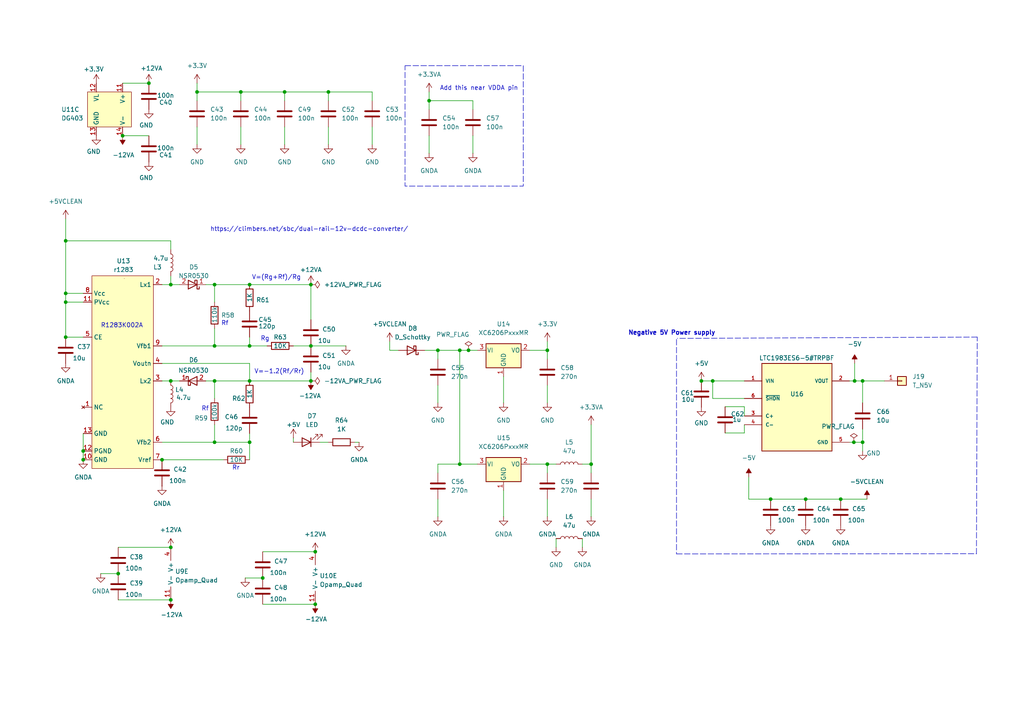
<source format=kicad_sch>
(kicad_sch (version 20231120) (generator "eeschema") (generator_version "8.0")
  (paper "A4")
  (lib_symbols
    (symbol "+12V_1" (power) (pin_names (offset 0))
      (property "Value" "+12V" (at 0 3.556 0))
      (symbol "+12V_1_1_1"
        (pin power_in line (at 0 0 90) (length 0) hide (name "+12V") (number "1"))
      )
    )
    (symbol "+12V_2" (power) (pin_names (offset 0))
      (property "Value" "+12V" (at 0 3.556 0))
      (symbol "+12V_2_1_1"
        (pin power_in line (at 0 0 90) (length 0) hide (name "+12V") (number "1"))
      )
    )
    (symbol "+12V_3" (power) (pin_names (offset 0))
      (property "Value" "+12V" (at 0 3.556 0))
      (symbol "+12V_3_1_1"
        (pin power_in line (at 0 0 90) (length 0) hide (name "+12V") (number "1"))
      )
    )
    (symbol "+3.3VA_1" (power) (pin_names (offset 0))
      (property "Value" "+3.3VA" (at 0 3.556 0))
      (symbol "+3.3VA_1_1_1"
        (pin power_in line (at 0 0 90) (length 0) hide (name "+3.3VA") (number "1"))
      )
    )
    (symbol "+3.3V_1" (power) (pin_names (offset 0))
      (property "Value" "+3.3V" (at 0 3.556 0))
      (symbol "+3.3V_1_1_1"
        (pin power_in line (at 0 0 90) (length 0) hide (name "+3.3V") (number "1"))
      )
    )
    (symbol "+3.3V_2" (power) (pin_names (offset 0))
      (property "Value" "+3.3V" (at 0 3.556 0))
      (symbol "+3.3V_2_1_1"
        (pin power_in line (at 0 0 90) (length 0) hide (name "+3.3V") (number "1"))
      )
    )
    (symbol "+5V_1" (power) (pin_numbers hide) (pin_names (offset 0) hide)
      (property "Value" "+5V" (at 0 3.556 0))
      (symbol "+5V_1_1_1"
        (pin power_in line (at 0 0 90) (length 0) (name "~") (number "1"))
      )
    )
    (symbol "+5V_2" (power) (pin_names (offset 0))
      (property "Value" "+5V" (at 0 3.556 0))
      (symbol "+5V_2_1_1"
        (pin power_in line (at 0 0 90) (length 0) hide (name "+5V") (number "1"))
      )
    )
    (symbol "+5V_3" (power) (pin_names (offset 0))
      (property "Value" "+5V" (at 0 3.556 0))
      (symbol "+5V_3_1_1"
        (pin power_in line (at 0 0 90) (length 0) hide (name "+5V") (number "1"))
      )
    )
    (symbol "-12V_1" (power) (pin_names (offset 0))
      (property "Value" "-12V" (at 0 3.81 0))
      (symbol "-12V_1_0_0"
        (pin power_in line (at 0 0 90) (length 0) hide (name "-12V") (number "1"))
      )
    )
    (symbol "-12V_2" (power) (pin_names (offset 0))
      (property "Value" "-12V" (at 0 3.81 0))
      (symbol "-12V_2_0_0"
        (pin power_in line (at 0 0 90) (length 0) hide (name "-12V") (number "1"))
      )
    )
    (symbol "-12V_3" (power) (pin_names (offset 0))
      (property "Value" "-12V" (at 0 3.81 0))
      (symbol "-12V_3_0_0"
        (pin power_in line (at 0 0 90) (length 0) hide (name "-12V") (number "1"))
      )
    )
    (symbol "-5V_1" (power) (pin_names (offset 0))
      (property "Value" "-5V" (at 0 3.81 0))
      (symbol "-5V_1_0_0"
        (pin power_in line (at 0 0 90) (length 0) hide (name "-5V") (number "1"))
      )
    )
    (symbol "-5V_2" (power) (pin_names (offset 0))
      (property "Value" "-5V" (at 0 3.81 0))
      (symbol "-5V_2_0_0"
        (pin power_in line (at 0 0 90) (length 0) hide (name "-5V") (number "1"))
      )
    )
    (symbol "Connector_Generic:Conn_01x01" (pin_names (offset 1.016) hide)
      (property "Reference" "J" (at 0 2.54 0))
      (property "Value" "Conn_01x01" (at 0 -2.54 0))
      (symbol "Conn_01x01_1_1"
        (pin passive line (at -5.08 0 0) (length 3.81) (name "Pin_1") (number "1"))
      )
    )
    (symbol "D_Schottky_1" (pin_names (offset 1.016) hide)
      (property "Reference" "D" (at 0 2.54 0))
      (property "Value" "D_Schottky_1" (at 0 -2.54 0))
      (symbol "D_Schottky_1_1_1"
        (pin passive line (at -3.81 0 0) (length 2.54) (name "K") (number "1"))
        (pin passive line (at 3.81 0 180) (length 2.54) (name "A") (number "2"))
      )
    )
    (symbol "Device:C" (pin_numbers hide) (pin_names (offset 0.254))
      (property "Reference" "C" (at 0.635 2.54 0))
      (property "Value" "C" (at 0.635 -2.54 0))
      (symbol "C_1_1"
        (pin passive line (at 0 3.81 270) (length 2.794) (name "~") (number "1"))
        (pin passive line (at 0 -3.81 90) (length 2.794) (name "~") (number "2"))
      )
    )
    (symbol "Device:D_Schottky" (pin_numbers hide) (pin_names (offset 1.016) hide)
      (property "Reference" "D" (at 0 2.54 0))
      (property "Value" "D_Schottky" (at 0 -2.54 0))
      (symbol "D_Schottky_1_1"
        (pin passive line (at -3.81 0 0) (length 2.54) (name "K") (number "1"))
        (pin passive line (at 3.81 0 180) (length 2.54) (name "A") (number "2"))
      )
    )
    (symbol "Device:L" (pin_numbers hide) (pin_names (offset 1.016) hide)
      (property "Reference" "L" (at -1.27 0 90))
      (property "Value" "L" (at 1.905 0 90))
      (symbol "L_1_1"
        (pin passive line (at 0 3.81 270) (length 1.27) (name "1") (number "1"))
        (pin passive line (at 0 -3.81 90) (length 1.27) (name "2") (number "2"))
      )
    )
    (symbol "Device:LED" (pin_numbers hide) (pin_names (offset 1.016) hide)
      (property "Reference" "D" (at 0 2.54 0))
      (property "Value" "LED" (at 0 -2.54 0))
      (symbol "LED_1_1"
        (pin passive line (at -3.81 0 0) (length 2.54) (name "K") (number "1"))
        (pin passive line (at 3.81 0 180) (length 2.54) (name "A") (number "2"))
      )
    )
    (symbol "Device:Opamp_Quad"
      (property "Reference" "U" (at 0 5.08 0))
      (property "Value" "Opamp_Quad" (at 0 -5.08 0))
      (symbol "Opamp_Quad_1_1"
        (pin output line (at 7.62 0 180) (length 2.54) (name "~") (number "1"))
        (pin input line (at -7.62 -2.54 0) (length 2.54) (name "-") (number "2"))
        (pin input line (at -7.62 2.54 0) (length 2.54) (name "+") (number "3"))
      )
      (symbol "Opamp_Quad_2_1"
        (pin input line (at -7.62 2.54 0) (length 2.54) (name "+") (number "5"))
        (pin input line (at -7.62 -2.54 0) (length 2.54) (name "-") (number "6"))
        (pin output line (at 7.62 0 180) (length 2.54) (name "~") (number "7"))
      )
      (symbol "Opamp_Quad_3_1"
        (pin input line (at -7.62 2.54 0) (length 2.54) (name "+") (number "10"))
        (pin output line (at 7.62 0 180) (length 2.54) (name "~") (number "8"))
        (pin input line (at -7.62 -2.54 0) (length 2.54) (name "-") (number "9"))
      )
      (symbol "Opamp_Quad_4_1"
        (pin input line (at -7.62 2.54 0) (length 2.54) (name "+") (number "12"))
        (pin input line (at -7.62 -2.54 0) (length 2.54) (name "-") (number "13"))
        (pin output line (at 7.62 0 180) (length 2.54) (name "~") (number "14"))
      )
      (symbol "Opamp_Quad_5_1"
        (pin power_in line (at -2.54 -7.62 90) (length 3.81) (name "V-") (number "11"))
        (pin power_in line (at -2.54 7.62 270) (length 3.81) (name "V+") (number "4"))
      )
    )
    (symbol "Device:R" (pin_numbers hide) (pin_names (offset 0))
      (property "Reference" "R" (at 2.032 0 90))
      (property "Value" "R" (at 0 0 90))
      (symbol "R_1_1"
        (pin passive line (at 0 3.81 270) (length 1.27) (name "~") (number "1"))
        (pin passive line (at 0 -3.81 90) (length 1.27) (name "~") (number "2"))
      )
    )
    (symbol "GND_1" (power) (pin_names (offset 0))
      (property "Value" "GND" (at 0 -3.81 0))
      (symbol "GND_1_1_1"
        (pin power_in line (at 0 0 270) (length 0) hide (name "GND") (number "1"))
      )
    )
    (symbol "GND_10" (power) (pin_names (offset 0))
      (property "Value" "GND" (at 0 -3.81 0))
      (symbol "GND_10_1_1"
        (pin power_in line (at 0 0 270) (length 0) hide (name "GND") (number "1"))
      )
    )
    (symbol "GND_11" (power) (pin_names (offset 0))
      (property "Value" "GND" (at 0 -3.81 0))
      (symbol "GND_11_1_1"
        (pin power_in line (at 0 0 270) (length 0) hide (name "GND") (number "1"))
      )
    )
    (symbol "GND_12" (power) (pin_names (offset 0))
      (property "Value" "GND" (at 0 -3.81 0))
      (symbol "GND_12_1_1"
        (pin power_in line (at 0 0 270) (length 0) hide (name "GND") (number "1"))
      )
    )
    (symbol "GND_13" (power) (pin_names (offset 0))
      (property "Value" "GND" (at 0 -3.81 0))
      (symbol "GND_13_1_1"
        (pin power_in line (at 0 0 270) (length 0) hide (name "GND") (number "1"))
      )
    )
    (symbol "GND_14" (power) (pin_names (offset 0))
      (property "Value" "GND" (at 0 -3.81 0))
      (symbol "GND_14_1_1"
        (pin power_in line (at 0 0 270) (length 0) hide (name "GND") (number "1"))
      )
    )
    (symbol "GND_2" (power) (pin_names (offset 0))
      (property "Value" "GND" (at 0 -3.81 0))
      (symbol "GND_2_1_1"
        (pin power_in line (at 0 0 270) (length 0) hide (name "GND") (number "1"))
      )
    )
    (symbol "GND_3" (power) (pin_names (offset 0))
      (property "Value" "GND" (at 0 -3.81 0))
      (symbol "GND_3_1_1"
        (pin power_in line (at 0 0 270) (length 0) hide (name "GND") (number "1"))
      )
    )
    (symbol "GND_4" (power) (pin_names (offset 0))
      (property "Value" "GND" (at 0 -3.81 0))
      (symbol "GND_4_1_1"
        (pin power_in line (at 0 0 270) (length 0) hide (name "GND") (number "1"))
      )
    )
    (symbol "GND_5" (power) (pin_names (offset 0))
      (property "Value" "GND" (at 0 -3.81 0))
      (symbol "GND_5_1_1"
        (pin power_in line (at 0 0 270) (length 0) hide (name "GND") (number "1"))
      )
    )
    (symbol "GND_6" (power) (pin_names (offset 0))
      (property "Value" "GND" (at 0 -3.81 0))
      (symbol "GND_6_1_1"
        (pin power_in line (at 0 0 270) (length 0) hide (name "GND") (number "1"))
      )
    )
    (symbol "GND_7" (power) (pin_names (offset 0))
      (property "Value" "GND" (at 0 -3.81 0))
      (symbol "GND_7_1_1"
        (pin power_in line (at 0 0 270) (length 0) hide (name "GND") (number "1"))
      )
    )
    (symbol "GND_8" (power) (pin_names (offset 0))
      (property "Value" "GND" (at 0 -3.81 0))
      (symbol "GND_8_1_1"
        (pin power_in line (at 0 0 270) (length 0) hide (name "GND") (number "1"))
      )
    )
    (symbol "GND_9" (power) (pin_names (offset 0))
      (property "Value" "GND" (at 0 -3.81 0))
      (symbol "GND_9_1_1"
        (pin power_in line (at 0 0 270) (length 0) hide (name "GND") (number "1"))
      )
    )
    (symbol "LTC1983ES6-5_TRPBF:LTC1983ES6-5#TRPBF" (pin_names (offset 1.016))
      (property "Reference" "U11" (at 0.0254 3.8354 0))
      (property "Value" "LTC1983ES6-5#TRPBF" (at -0.0508 14.2748 0))
      (symbol "LTC1983ES6-5#TRPBF_0_0"
        (pin input line (at -15.24 7.62 0) (length 5.08) (name "VIN") (number "1"))
        (pin power_out line (at 15.24 7.62 180) (length 5.08) (name "VOUT") (number "2"))
        (pin passive line (at -15.24 -2.54 0) (length 5.08) (name "C+") (number "3"))
        (pin passive line (at -15.24 -5.08 0) (length 5.08) (name "C-") (number "4"))
        (pin power_in line (at 15.24 -10.16 180) (length 5.08) (name "GND") (number "5"))
        (pin input line (at -15.24 2.54 0) (length 5.08) (name "~{SHDN}") (number "6"))
      )
    )
    (symbol "Opamp_Quad_1"
      (property "Reference" "U" (at 0 5.08 0))
      (property "Value" "Opamp_Quad" (at 0 -5.08 0))
      (symbol "Opamp_Quad_1_1_1"
        (pin output line (at 7.62 0 180) (length 2.54) (name "~") (number "1"))
        (pin input line (at -7.62 -2.54 0) (length 2.54) (name "-") (number "2"))
        (pin input line (at -7.62 2.54 0) (length 2.54) (name "+") (number "3"))
      )
      (symbol "Opamp_Quad_1_2_1"
        (pin input line (at -7.62 2.54 0) (length 2.54) (name "+") (number "5"))
        (pin input line (at -7.62 -2.54 0) (length 2.54) (name "-") (number "6"))
        (pin output line (at 7.62 0 180) (length 2.54) (name "~") (number "7"))
      )
      (symbol "Opamp_Quad_1_3_1"
        (pin input line (at -7.62 2.54 0) (length 2.54) (name "+") (number "10"))
        (pin output line (at 7.62 0 180) (length 2.54) (name "~") (number "8"))
        (pin input line (at -7.62 -2.54 0) (length 2.54) (name "-") (number "9"))
      )
      (symbol "Opamp_Quad_1_4_1"
        (pin input line (at -7.62 2.54 0) (length 2.54) (name "+") (number "12"))
        (pin input line (at -7.62 -2.54 0) (length 2.54) (name "-") (number "13"))
        (pin output line (at 7.62 0 180) (length 2.54) (name "~") (number "14"))
      )
      (symbol "Opamp_Quad_1_5_1"
        (pin power_in line (at -2.54 -7.62 90) (length 3.81) (name "V-") (number "11"))
        (pin power_in line (at -2.54 7.62 270) (length 3.81) (name "V+") (number "4"))
      )
    )
    (symbol "PWR_FLAG_1" (power) (pin_numbers hide) (pin_names (offset 0) hide)
      (property "Value" "PWR_FLAG" (at 0 3.81 0))
      (symbol "PWR_FLAG_1_0_0"
        (pin power_out line (at 0 0 90) (length 0) (name "pwr") (number "1"))
      )
    )
    (symbol "PWR_FLAG_2" (power) (pin_numbers hide) (pin_names (offset 0) hide)
      (property "Value" "PWR_FLAG" (at 0 3.81 0))
      (symbol "PWR_FLAG_2_0_0"
        (pin power_out line (at 0 0 90) (length 0) (name "pwr") (number "1"))
      )
    )
    (symbol "PWR_FLAG_3" (power) (pin_numbers hide) (pin_names (offset 0) hide)
      (property "Value" "PWR_FLAG" (at 0 3.81 0))
      (symbol "PWR_FLAG_3_0_0"
        (pin power_out line (at 0 0 90) (length 0) (name "pwr") (number "1"))
      )
    )
    (symbol "Regulator_Linear:XC6206PxxxMR" (pin_names (offset 0.254))
      (property "Reference" "U" (at -3.81 3.175 0))
      (property "Value" "XC6206PxxxMR" (at 0 3.175 0))
      (symbol "XC6206PxxxMR_1_1"
        (pin power_in line (at 0 -7.62 90) (length 2.54) (name "GND") (number "1"))
        (pin power_out line (at 7.62 0 180) (length 2.54) (name "VO") (number "2"))
        (pin power_in line (at -7.62 0 0) (length 2.54) (name "VI") (number "3"))
      )
    )
    (symbol "awg_lib:DG403"
      (property "Reference" "U" (at -1.905 1.27 0))
      (property "Value" "DG403" (at -1.27 -0.635 0))
      (symbol "DG403_1_1"
        (pin input line (at 0 -10.16 180) (length 2.54) (name "D1") (number "1"))
        (pin input line (at -20.32 -5.08 0) (length 2.54) (name "IN1") (number "15"))
        (pin input line (at -20.32 -10.16 0) (length 2.54) (name "S1") (number "16"))
        (pin input line (at 0 -12.7 180) (length 2.54) (name "D3") (number "3"))
        (pin input line (at -20.32 -12.7 0) (length 2.54) (name "S3") (number "4"))
      )
      (symbol "DG403_2_1"
        (pin input line (at -10.16 -5.08 0) (length 2.54) (name "IN2") (number "10"))
        (pin input line (at -10.16 -12.7 0) (length 2.54) (name "S4") (number "5"))
        (pin input line (at 10.16 -12.7 180) (length 2.54) (name "D4") (number "6"))
        (pin input line (at 10.16 -10.16 180) (length 2.54) (name "D2") (number "8"))
        (pin input line (at -10.16 -10.16 0) (length 2.54) (name "S2") (number "9"))
      )
      (symbol "DG403_3_0"
        (pin no_connect line (at 7.62 -12.7 180) (length 2.54) hide (name "NC") (number "2"))
        (pin no_connect line (at -10.16 -12.7 0) (length 2.54) hide (name "NC") (number "7"))
      )
      (symbol "DG403_3_1"
        (pin power_in line (at 2.54 -5.08 270) (length 2.54) (name "V+") (number "11"))
        (pin power_in line (at -5.08 -5.08 270) (length 2.54) (name "VL") (number "12"))
        (pin power_in line (at -5.08 -20.32 90) (length 2.54) (name "GND") (number "13"))
        (pin power_in line (at 2.54 -20.32 90) (length 2.54) (name "V-") (number "14"))
      )
    )
    (symbol "awg_lib:r1283"
      (property "Reference" "U" (at -5.08 -2.54 0))
      (property "Value" "r1283" (at -5.08 -0.762 0))
      (symbol "r1283_1_1"
        (pin no_connect line (at -17.78 -43.18 0) (length 2.54) (name "NC") (number "1"))
        (pin power_in line (at -17.78 -58.42 0) (length 2.54) (name "GND") (number "10"))
        (pin power_in line (at -17.78 -12.7 0) (length 2.54) (name "PVcc") (number "11"))
        (pin power_in line (at -17.78 -55.88 0) (length 2.54) (name "PGND") (number "12"))
        (pin input line (at -17.78 -50.8 0) (length 2.54) (name "GND") (number "13"))
        (pin input line (at 5.08 -7.62 180) (length 2.54) (name "Lx1") (number "2"))
        (pin input line (at 5.08 -35.56 180) (length 2.54) (name "Lx2") (number "3"))
        (pin input line (at 5.08 -30.48 180) (length 2.54) (name "Voutn") (number "4"))
        (pin input line (at -17.78 -22.86 0) (length 2.54) (name "CE") (number "5"))
        (pin input line (at 5.08 -53.34 180) (length 2.54) (name "Vfb2") (number "6"))
        (pin input line (at 5.08 -58.42 180) (length 2.54) (name "Vref") (number "7"))
        (pin power_in line (at -17.78 -10.16 0) (length 2.54) (name "Vcc") (number "8"))
        (pin input line (at 5.08 -25.4 180) (length 2.54) (name "Vfb1") (number "9"))
      )
    )
    (symbol "power:+12V" (power) (pin_names (offset 0))
      (property "Value" "+12V" (at 0 3.556 0))
      (symbol "+12V_1_1"
        (pin power_in line (at 0 0 90) (length 0) hide (name "+12V") (number "1"))
      )
    )
    (symbol "power:+3.3V" (power) (pin_names (offset 0))
      (property "Value" "+3.3V" (at 0 3.556 0))
      (symbol "+3.3V_1_1"
        (pin power_in line (at 0 0 90) (length 0) hide (name "+3.3V") (number "1"))
      )
    )
    (symbol "power:+3.3VA" (power) (pin_names (offset 0))
      (property "Value" "+3.3VA" (at 0 3.556 0))
      (symbol "+3.3VA_1_1"
        (pin power_in line (at 0 0 90) (length 0) hide (name "+3.3VA") (number "1"))
      )
    )
    (symbol "power:+5V" (power) (pin_names (offset 0))
      (property "Value" "+5V" (at 0 3.556 0))
      (symbol "+5V_1_1"
        (pin power_in line (at 0 0 90) (length 0) hide (name "+5V") (number "1"))
      )
    )
    (symbol "power:-12V" (power) (pin_names (offset 0))
      (property "Value" "-12V" (at 0 3.81 0))
      (symbol "-12V_0_0"
        (pin power_in line (at 0 0 90) (length 0) hide (name "-12V") (number "1"))
      )
    )
    (symbol "power:-5V" (power) (pin_names (offset 0))
      (property "Value" "-5V" (at 0 3.81 0))
      (symbol "-5V_0_0"
        (pin power_in line (at 0 0 90) (length 0) hide (name "-5V") (number "1"))
      )
    )
    (symbol "power:GND" (power) (pin_names (offset 0))
      (property "Value" "GND" (at 0 -3.81 0))
      (symbol "GND_1_1"
        (pin power_in line (at 0 0 270) (length 0) hide (name "GND") (number "1"))
      )
    )
    (symbol "power:GNDA" (power) (pin_numbers hide) (pin_names (offset 0) hide)
      (property "Value" "GNDA" (at 0 -3.81 0))
      (symbol "GNDA_1_1"
        (pin power_in line (at 0 0 270) (length 0) (name "~") (number "1"))
      )
    )
    (symbol "power:PWR_FLAG" (power) (pin_numbers hide) (pin_names (offset 0) hide)
      (property "Value" "PWR_FLAG" (at 0 3.81 0))
      (symbol "PWR_FLAG_0_0"
        (pin power_out line (at 0 0 90) (length 0) (name "pwr") (number "1"))
      )
    )
  )
  (junction (at 233.68 144.78))
  (junction (at 250.19 110.49))
  (junction (at 24.13 130.81))
  (junction (at 43.18 24.13))
  (junction (at 72.39 110.49))
  (junction (at 49.53 110.49))
  (junction (at 247.65 128.27))
  (junction (at 57.15 26.67))
  (junction (at 206.7156 110.49))
  (junction (at 72.39 82.55))
  (junction (at 158.75 134.62))
  (junction (at 247.8786 110.49))
  (junction (at 171.45 134.62))
  (junction (at 19.05 97.79))
  (junction (at 158.75 101.6))
  (junction (at 19.05 85.09))
  (junction (at 49.53 82.55))
  (junction (at 243.84 144.78))
  (junction (at 72.39 100.33))
  (junction (at 223.52 144.78))
  (junction (at 19.05 69.85))
  (junction (at 90.17 100.33))
  (junction (at 46.99 133.35))
  (junction (at 49.53 158.75))
  (junction (at 24.13 133.35))
  (junction (at 203.4286 110.49))
  (junction (at 91.44 160.02))
  (junction (at 49.53 173.99))
  (junction (at 250.19 128.27))
  (junction (at 90.17 110.49))
  (junction (at 35.56 39.37))
  (junction (at 91.44 175.26))
  (junction (at 62.23 100.33))
  (junction (at 76.2 167.64))
  (junction (at 62.23 128.27))
  (junction (at 133.35 101.6))
  (junction (at 124.46 29.21))
  (junction (at 34.29 166.37))
  (junction (at 133.35 134.62))
  (junction (at 82.55 26.67))
  (junction (at 90.17 82.55))
  (junction (at 127 101.6))
  (junction (at 95.25 26.67))
  (junction (at 62.23 82.55))
  (junction (at 135.89 101.6))
  (junction (at 19.05 87.63))
  (junction (at 72.39 128.27))
  (junction (at 62.23 110.49))
  (junction (at 69.85 26.67))
  (wire (pts (xy 62.23 100.33) (xy 72.39 100.33)))
  (wire (pts (xy 127 111.76) (xy 127 116.84)))
  (wire (pts (xy 62.23 128.27) (xy 46.99 128.27)))
  (wire (pts (xy 57.15 24.13) (xy 57.15 26.67)))
  (wire (pts (xy 133.35 134.62) (xy 138.43 134.62)))
  (wire (pts (xy 135.89 101.6) (xy 138.43 101.6)))
  (wire (pts (xy 113.03 101.6) (xy 115.57 101.6)))
  (wire (pts (xy 72.39 125.73) (xy 72.39 128.27)))
  (wire (pts (xy 137.16 39.37) (xy 137.16 44.45)))
  (polyline (pts (xy 283.4386 97.7646) (xy 196.469 98.1456)) (stroke (width 0) (type dash)))
  (wire (pts (xy 72.39 82.55) (xy 90.17 82.55)))
  (wire (pts (xy 24.13 125.73) (xy 24.13 130.81)))
  (wire (pts (xy 158.75 134.62) (xy 161.29 134.62)))
  (wire (pts (xy 90.17 92.71) (xy 90.17 82.55)))
  (wire (pts (xy 127 101.6) (xy 133.35 101.6)))
  (wire (pts (xy 72.39 110.49) (xy 90.17 110.49)))
  (wire (pts (xy 247.8786 110.49) (xy 250.19 110.49)))
  (wire (pts (xy 243.84 144.78) (xy 251.46 144.78)))
  (wire (pts (xy 123.19 101.6) (xy 127 101.6)))
  (wire (pts (xy 223.52 144.78) (xy 233.68 144.78)))
  (wire (pts (xy 92.71 128.27) (xy 95.25 128.27)))
  (polyline (pts (xy 196.215 98.425) (xy 196.215 160.655)) (stroke (width 0) (type dash)))
  (wire (pts (xy 210.312 125.5776) (xy 215.9 125.5776)))
  (wire (pts (xy 95.25 26.67) (xy 107.95 26.67)))
  (wire (pts (xy 158.75 101.6) (xy 158.75 104.14)))
  (wire (pts (xy 133.35 101.6) (xy 135.89 101.6)))
  (wire (pts (xy 137.16 29.21) (xy 137.16 31.75)))
  (wire (pts (xy 124.46 29.21) (xy 124.46 31.75)))
  (wire (pts (xy 19.05 87.63) (xy 24.13 87.63)))
  (wire (pts (xy 34.29 158.75) (xy 49.53 158.75)))
  (wire (pts (xy 127 134.62) (xy 133.35 134.62)))
  (wire (pts (xy 250.19 124.46) (xy 250.19 128.27)))
  (wire (pts (xy 19.05 63.5) (xy 19.05 69.85)))
  (wire (pts (xy 43.18 24.13) (xy 35.56 24.13)))
  (wire (pts (xy 233.68 144.78) (xy 243.84 144.78)))
  (wire (pts (xy 52.07 110.49) (xy 49.53 110.49)))
  (wire (pts (xy 206.7156 110.49) (xy 206.7156 115.57)))
  (polyline (pts (xy 283.21 160.655) (xy 283.4386 97.7646)) (stroke (width 0) (type dash)))
  (wire (pts (xy 113.03 99.06) (xy 113.03 101.6)))
  (wire (pts (xy 62.23 115.57) (xy 62.23 110.49)))
  (wire (pts (xy 206.7156 110.49) (xy 215.9 110.49)))
  (wire (pts (xy 171.45 144.78) (xy 171.45 149.86)))
  (wire (pts (xy 46.99 100.33) (xy 62.23 100.33)))
  (wire (pts (xy 127 144.78) (xy 127 149.86)))
  (wire (pts (xy 158.75 111.76) (xy 158.75 116.84)))
  (wire (pts (xy 107.95 26.67) (xy 107.95 29.21)))
  (wire (pts (xy 72.39 128.27) (xy 62.23 128.27)))
  (wire (pts (xy 62.23 95.25) (xy 62.23 100.33)))
  (wire (pts (xy 85.09 100.33) (xy 90.17 100.33)))
  (polyline (pts (xy 196.215 160.655) (xy 283.21 160.6042)) (stroke (width 0) (type dash)))
  (wire (pts (xy 19.05 97.79) (xy 19.05 87.63)))
  (wire (pts (xy 57.15 26.67) (xy 69.85 26.67)))
  (wire (pts (xy 34.29 173.99) (xy 49.53 173.99)))
  (wire (pts (xy 102.87 128.27) (xy 104.14 128.27)))
  (wire (pts (xy 124.46 26.67) (xy 124.46 29.21)))
  (wire (pts (xy 82.55 36.83) (xy 82.55 41.91)))
  (wire (pts (xy 124.46 29.21) (xy 137.16 29.21)))
  (wire (pts (xy 59.69 110.49) (xy 62.23 110.49)))
  (wire (pts (xy 49.53 69.85) (xy 49.53 72.39)))
  (wire (pts (xy 59.69 82.55) (xy 62.23 82.55)))
  (wire (pts (xy 46.99 105.41) (xy 72.39 105.41)))
  (wire (pts (xy 62.23 123.19) (xy 62.23 128.27)))
  (wire (pts (xy 82.55 26.67) (xy 82.55 29.21)))
  (wire (pts (xy 19.05 85.09) (xy 24.13 85.09)))
  (wire (pts (xy 19.05 97.79) (xy 24.13 97.79)))
  (wire (pts (xy 85.09 127) (xy 85.09 128.27)))
  (wire (pts (xy 69.85 36.83) (xy 69.85 41.91)))
  (wire (pts (xy 250.19 128.27) (xy 250.19 130.81)))
  (wire (pts (xy 161.29 158.75) (xy 161.29 156.21)))
  (wire (pts (xy 57.15 26.67) (xy 57.15 29.21)))
  (wire (pts (xy 206.7156 115.57) (xy 215.9 115.57)))
  (wire (pts (xy 153.67 134.62) (xy 158.75 134.62)))
  (wire (pts (xy 52.07 82.55) (xy 49.53 82.55)))
  (wire (pts (xy 49.53 110.49) (xy 46.99 110.49)))
  (wire (pts (xy 247.65 128.27) (xy 250.19 128.27)))
  (wire (pts (xy 107.95 36.83) (xy 107.95 41.91)))
  (wire (pts (xy 215.9 125.5776) (xy 215.9 123.19)))
  (wire (pts (xy 62.23 82.55) (xy 72.39 82.55)))
  (wire (pts (xy 215.9 117.9576) (xy 215.9 120.65)))
  (wire (pts (xy 76.2 175.26) (xy 91.44 175.26)))
  (wire (pts (xy 76.2 160.02) (xy 91.44 160.02)))
  (wire (pts (xy 146.05 142.24) (xy 146.05 149.86)))
  (wire (pts (xy 246.38 128.27) (xy 247.65 128.27)))
  (wire (pts (xy 72.39 133.35) (xy 72.39 128.27)))
  (wire (pts (xy 171.45 134.62) (xy 171.45 137.16)))
  (wire (pts (xy 210.312 117.9576) (xy 215.9 117.9576)))
  (wire (pts (xy 90.17 107.95) (xy 90.17 110.49)))
  (wire (pts (xy 19.05 87.63) (xy 19.05 85.09)))
  (wire (pts (xy 95.25 36.83) (xy 95.25 41.91)))
  (wire (pts (xy 127 134.62) (xy 127 137.16)))
  (wire (pts (xy 69.85 26.67) (xy 82.55 26.67)))
  (wire (pts (xy 64.77 133.35) (xy 46.99 133.35)))
  (wire (pts (xy 57.15 36.83) (xy 57.15 41.91)))
  (wire (pts (xy 90.17 100.33) (xy 100.33 100.33)))
  (wire (pts (xy 49.53 82.55) (xy 46.99 82.55)))
  (wire (pts (xy 35.56 39.37) (xy 43.18 39.37)))
  (wire (pts (xy 203.4286 110.49) (xy 206.7156 110.49)))
  (wire (pts (xy 29.21 166.37) (xy 34.29 166.37)))
  (wire (pts (xy 171.45 123.19) (xy 171.45 134.62)))
  (wire (pts (xy 49.53 80.01) (xy 49.53 82.55)))
  (wire (pts (xy 158.75 134.62) (xy 158.75 137.16)))
  (wire (pts (xy 19.05 69.85) (xy 19.05 85.09)))
  (wire (pts (xy 217.17 144.78) (xy 223.52 144.78)))
  (wire (pts (xy 19.05 69.85) (xy 49.53 69.85)))
  (wire (pts (xy 82.55 26.67) (xy 95.25 26.67)))
  (wire (pts (xy 217.17 138.43) (xy 217.17 144.78)))
  (wire (pts (xy 72.39 100.33) (xy 77.47 100.33)))
  (wire (pts (xy 127 101.6) (xy 127 104.14)))
  (wire (pts (xy 69.85 26.67) (xy 69.85 29.21)))
  (wire (pts (xy 95.25 26.67) (xy 95.25 29.21)))
  (wire (pts (xy 71.12 167.64) (xy 76.2 167.64)))
  (wire (pts (xy 62.23 110.49) (xy 72.39 110.49)))
  (wire (pts (xy 146.05 109.22) (xy 146.05 116.84)))
  (wire (pts (xy 168.91 156.21) (xy 168.91 158.75)))
  (wire (pts (xy 153.67 101.6) (xy 158.75 101.6)))
  (wire (pts (xy 124.46 39.37) (xy 124.46 44.45)))
  (wire (pts (xy 158.75 144.78) (xy 158.75 149.86)))
  (wire (pts (xy 72.39 97.79) (xy 72.39 100.33)))
  (wire (pts (xy 72.39 105.41) (xy 72.39 110.49)))
  (wire (pts (xy 62.23 82.55) (xy 62.23 87.63)))
  (wire (pts (xy 158.75 99.06) (xy 158.75 101.6)))
  (wire (pts (xy 250.19 110.49) (xy 250.19 116.84)))
  (wire (pts (xy 247.8786 105.41) (xy 247.8786 110.49)))
  (wire (pts (xy 24.13 130.81) (xy 24.13 133.35)))
  (wire (pts (xy 168.91 134.62) (xy 171.45 134.62)))
  (wire (pts (xy 133.35 101.6) (xy 133.35 134.62)))
  (wire (pts (xy 250.19 110.49) (xy 256.5146 110.49)))
  (wire (pts (xy 246.38 110.49) (xy 247.8786 110.49)))
  (rectangle (start 117.475 19.05) (end 151.765 53.975) (stroke (width 0) (type dash)))
  (text "R1283K002A" (at 29.21 95.25 0) (effects (font (size 1.27 1.27)) (justify left bottom)))
  (text "Rf" (at 64.135 94.615 0) (effects (font (size 1.27 1.27)) (justify left bottom)))
  (text "https://climbers.net/sbc/dual-rail-12v-dcdc-converter/" (at 60.96 67.31 0) (effects (font (size 1.27 1.27)) (justify left bottom)))
  (text "Add this near VDDA pin" (at 138.938 25.654 0) (effects (font (size 1.27 1.27))))
  (text "V=(Rg+Rf)/Rg" (at 73.025 81.28 0) (effects (font (size 1.27 1.27)) (justify left bottom)))
  (text "V=-1.2(Rf/Rr)" (at 88.265 108.585 0) (effects (font (size 1.27 1.27)) (justify right bottom)))
  (text "Rg" (at 75.565 99.06 0) (effects (font (size 1.27 1.27)) (justify left bottom)))
  (text "Negative 5V Power supply" (at 182.1688 97.3836 0) (effects (font (size 1.27 1.27) (thickness 0.254) (bold yes)) (justify left bottom)))
  (text "Rf" (at 58.42 119.38 0) (effects (font (size 1.27 1.27)) (justify left bottom)))
  (text "Rr" (at 67.31 136.525 0) (effects (font (size 1.27 1.27)) (justify left bottom)))
  (symbol (lib_id "Device:C") (at 34.29 170.18 0) (unit 1)
    (property "Reference" "C39" (at 37.592 169.164 0) (effects (justify left)))
    (property "Value" "100n" (at 36.322 172.466 0) (effects (justify left)))
    (property "Footprint" "Capacitor_SMD:C_0603_1608Metric_Pad1.08x0.95mm_HandSolder" (effects (hide yes)))
  )
  (symbol (lib_id "power:GNDA") (at 223.52 152.4 0) (unit 1)
    (property "Reference" "#PWR0124" (effects (hide yes)))
    (property "Value" "GNDA" (at 223.52 157.48 0))
    (property "Description" "Power symbol creates a global label with name \"GNDA\" , analog ground" (effects (hide yes)))
  )
  (symbol (lib_id "Device:C") (at 76.2 171.45 0) (unit 1)
    (property "Reference" "C48" (at 79.502 170.434 0) (effects (justify left)))
    (property "Value" "100n" (at 78.232 173.736 0) (effects (justify left)))
    (property "Footprint" "Capacitor_SMD:C_0603_1608Metric_Pad1.08x0.95mm_HandSolder" (effects (hide yes)))
  )
  (symbol (lib_id "power:GNDA") (at 100.33 100.33 0) (unit 1)
    (property "Reference" "#PWR0103" (effects (hide yes)))
    (property "Value" "GNDA" (at 100.33 105.41 0))
  )
  (symbol (lib_id "power:GND") (at 95.25 41.91 0) (unit 1)
    (property "Reference" "#PWR0102" (effects (hide yes)))
    (property "Value" "GND" (at 95.25 46.99 0))
  )
  (symbol (lib_id "Device:C") (at 90.17 96.52 0) (unit 1)
    (property "Reference" "C50" (at 93.472 95.504 0) (effects (justify left)))
    (property "Value" "10u" (at 92.202 98.806 0) (effects (justify left)))
    (property "Footprint" "Capacitor_SMD:C_0805_2012Metric_Pad1.18x1.45mm_HandSolder" (effects (hide yes)))
  )
  (symbol (lib_id "power:PWR_FLAG") (at 247.65 128.27 0) (unit 1)
    (property "Reference" "#FLG014" (effects (hide yes)))
    (property "Value" "PWR_FLAG" (at 243.078 123.698 0))
  )
  (symbol (lib_id "power:-12V") (at 91.44 175.26 180) (unit 1)
    (property "Reference" "#PWR0101" (effects (hide yes)))
    (property "Value" "-12VA" (at 91.694 179.578 0))
  )
  (symbol (lib_id "power:GNDA") (at 233.68 152.4 0) (unit 1)
    (property "Reference" "#PWR0125" (effects (hide yes)))
    (property "Value" "GNDA" (at 233.68 157.48 0))
    (property "Description" "Power symbol creates a global label with name \"GNDA\" , analog ground" (effects (hide yes)))
  )
  (symbol (lib_id "LTC1983ES6-5_TRPBF:LTC1983ES6-5#TRPBF") (at 231.14 118.11 0) (unit 1)
    (property "Reference" "U16" (at 231.1654 114.2746 0))
    (property "Value" "LTC1983ES6-5#TRPBF" (at 231.0892 103.8352 0))
    (property "Footprint" "Package_TO_SOT_SMD:SOT-23-6_Handsoldering" (effects (hide yes)))
    (property "STANDARD" "IPC 7351B" (effects (hide yes)))
    (property "MANUFACTURER" "LINEAR TECHNOLOGY" (effects (hide yes)))
    (property "PARTREV" "C" (effects (hide yes)))
  )
  (symbol (lib_id "power:GNDA") (at 137.16 44.45 0) (unit 1)
    (property "Reference" "#PWR0111" (effects (hide yes)))
    (property "Value" "GNDA" (at 137.16 49.53 0))
  )
  (symbol (lib_id "Device:C") (at 158.75 140.97 0) (unit 1)
    (property "Reference" "C59" (at 162.56 139.6999 0) (effects (justify left)))
    (property "Value" "270n" (at 162.56 142.2399 0) (effects (justify left)))
    (property "Footprint" "Capacitor_SMD:C_0603_1608Metric_Pad1.08x0.95mm_HandSolder" (effects (hide yes)))
  )
  (symbol (lib_name "GND_14") (lib_id "power:GND") (at 203.4286 118.11 0) (unit 1)
    (property "Reference" "#PWR0122" (effects (hide yes)))
    (property "Value" "GND" (at 203.4286 122.6848 0))
  )
  (symbol (lib_name "GND_12") (lib_id "power:GND") (at 69.85 41.91 0) (unit 1)
    (property "Reference" "#PWR094" (effects (hide yes)))
    (property "Value" "GND" (at 69.85 46.99 0))
  )
  (symbol (lib_id "Device:C") (at 82.55 33.02 0) (unit 1)
    (property "Reference" "C49" (at 86.36 31.7499 0) (effects (justify left)))
    (property "Value" "100n" (at 86.36 34.2899 0) (effects (justify left)))
    (property "Footprint" "Capacitor_SMD:C_0603_1608Metric_Pad1.08x0.95mm_HandSolder" (effects (hide yes)))
  )
  (symbol (lib_name "+12V_3") (lib_id "power:+12V") (at 90.17 82.55 0) (unit 1)
    (property "Reference" "#PWR098" (effects (hide yes)))
    (property "Value" "+12VA" (at 90.17 78.232 0))
  )
  (symbol (lib_id "Device:R") (at 81.28 100.33 270) (unit 1)
    (property "Reference" "R63" (at 81.28 97.79 90))
    (property "Value" "10K" (at 81.28 100.33 90))
    (property "Footprint" "Resistor_SMD:R_0603_1608Metric" (effects (hide yes)))
  )
  (symbol (lib_id "Device:C") (at 223.52 148.59 0) (unit 1)
    (property "Reference" "C63" (at 226.822 147.574 0) (effects (justify left)))
    (property "Value" "100n" (at 225.552 150.876 0) (effects (justify left)))
    (property "Footprint" "Capacitor_SMD:C_0603_1608Metric_Pad1.08x0.95mm_HandSolder" (effects (hide yes)))
  )
  (symbol (lib_id "power:+3.3V") (at 158.75 99.06 0) (unit 1)
    (property "Reference" "#PWR0114" (effects (hide yes)))
    (property "Value" "+3.3V" (at 158.75 93.98 0))
  )
  (symbol (lib_id "power:+3.3VA") (at 124.46 26.67 0) (unit 1)
    (property "Reference" "#PWR0107" (effects (hide yes)))
    (property "Value" "+3.3VA" (at 124.46 21.59 0))
  )
  (symbol (lib_id "Device:R") (at 99.06 128.27 90) (unit 1)
    (property "Reference" "R64" (at 99.06 121.92 90))
    (property "Value" "1K" (at 99.06 124.46 90))
    (property "Footprint" "Resistor_SMD:R_0603_1608Metric" (effects (hide yes)))
    (property "Description" "Resistor" (effects (hide yes)))
  )
  (symbol (lib_id "power:GNDA") (at 168.91 158.75 0) (unit 1)
    (property "Reference" "#PWR0118" (effects (hide yes)))
    (property "Value" "GNDA" (at 168.91 163.83 0))
  )
  (symbol (lib_name "+3.3VA_1") (lib_id "power:+3.3VA") (at 171.45 123.19 0) (unit 1)
    (property "Reference" "#PWR0119" (effects (hide yes)))
    (property "Value" "+3.3VA" (at 171.45 118.11 0))
  )
  (symbol (lib_id "Device:R") (at 62.23 119.38 0) (mirror y) (unit 1)
    (property "Reference" "R59" (at 60.325 121.285 0) (effects (justify left)))
    (property "Value" "100k" (at 62.23 121.92 90) (effects (justify left)))
    (property "Footprint" "Resistor_SMD:R_0603_1608Metric" (effects (hide yes)))
    (property "BUY" "https://www.digikey.com/en/products/detail/yageo/RC0603FR-07110KL/726905" (effects (hide yes)))
  )
  (symbol (lib_id "power:+5V") (at 113.03 99.06 0) (unit 1)
    (property "Reference" "#PWR0106" (effects (hide yes)))
    (property "Value" "+5VCLEAN" (at 113.03 93.98 0))
  )
  (symbol (lib_id "power:GNDA") (at 124.46 44.45 0) (unit 1)
    (property "Reference" "#PWR0108" (effects (hide yes)))
    (property "Value" "GNDA" (at 124.46 49.53 0))
  )
  (symbol (lib_id "power:+12V") (at 49.53 158.75 0) (unit 1)
    (property "Reference" "#PWR090" (effects (hide yes)))
    (property "Value" "+12VA" (at 49.53 153.67 0))
  )
  (symbol (lib_id "power:GNDA") (at 46.99 140.97 0) (unit 1)
    (property "Reference" "#PWR088" (effects (hide yes)))
    (property "Value" "GNDA" (at 46.99 146.05 0))
  )
  (symbol (lib_id "Device:C") (at 107.95 33.02 0) (unit 1)
    (property "Reference" "C53" (at 111.76 31.7499 0) (effects (justify left)))
    (property "Value" "100n" (at 111.76 34.2899 0) (effects (justify left)))
    (property "Footprint" "Capacitor_SMD:C_0603_1608Metric_Pad1.08x0.95mm_HandSolder" (effects (hide yes)))
  )
  (symbol (lib_id "Device:C") (at 158.75 107.95 0) (unit 1)
    (property "Reference" "C58" (at 162.56 106.6799 0) (effects (justify left)))
    (property "Value" "270n" (at 162.56 109.2199 0) (effects (justify left)))
    (property "Footprint" "Capacitor_SMD:C_0603_1608Metric_Pad1.08x0.95mm_HandSolder" (effects (hide yes)))
  )
  (symbol (lib_name "GND_11") (lib_id "power:GND") (at 107.95 41.91 0) (unit 1)
    (property "Reference" "#PWR0105" (effects (hide yes)))
    (property "Value" "GND" (at 107.95 46.99 0))
  )
  (symbol (lib_id "power:-5V") (at 217.17 138.43 0) (unit 1)
    (property "Reference" "#PWR0123" (effects (hide yes)))
    (property "Value" "-5V" (at 217.17 132.7912 0))
  )
  (symbol (lib_id "power:GNDA") (at 158.75 149.86 0) (unit 1)
    (property "Reference" "#PWR0116" (effects (hide yes)))
    (property "Value" "GNDA" (at 158.75 154.94 0))
  )
  (symbol (lib_name "+5V_3") (lib_id "power:+5V") (at 203.4286 110.49 0) (unit 1)
    (property "Reference" "#PWR0121" (effects (hide yes)))
    (property "Value" "+5V" (at 203.4286 105.41 0))
  )
  (symbol (lib_id "power:GNDA") (at 127 149.86 0) (unit 1)
    (property "Reference" "#PWR0110" (effects (hide yes)))
    (property "Value" "GNDA" (at 127 154.94 0))
  )
  (symbol (lib_id "Device:C") (at 90.17 104.14 0) (unit 1)
    (property "Reference" "C51" (at 93.472 103.124 0) (effects (justify left)))
    (property "Value" "10u" (at 92.202 106.426 0) (effects (justify left)))
    (property "Footprint" "Capacitor_SMD:C_0805_2012Metric_Pad1.18x1.45mm_HandSolder" (effects (hide yes)))
  )
  (symbol (lib_id "Device:C") (at 72.39 121.92 0) (mirror y) (unit 1)
    (property "Reference" "C46" (at 69.088 120.904 0) (effects (justify left)))
    (property "Value" "120p" (at 70.358 124.206 0) (effects (justify left)))
    (property "Footprint" "Capacitor_SMD:C_0603_1608Metric_Pad1.08x0.95mm_HandSolder" (effects (hide yes)))
    (property "BUY" "https://www.digikey.com/en/products/detail/walsin-technology-corporation/0603N121J500CT/9354978" (effects (hide yes)))
  )
  (symbol (lib_name "-5V_2") (lib_id "power:-5V") (at 251.46 144.78 0) (unit 1)
    (property "Reference" "#PWR0129" (effects (hide yes)))
    (property "Value" "-5VCLEAN" (at 251.46 139.7 0))
  )
  (symbol (lib_name "GND_13") (lib_id "power:GND") (at 82.55 41.91 0) (unit 1)
    (property "Reference" "#PWR096" (effects (hide yes)))
    (property "Value" "GND" (at 82.55 46.99 0))
  )
  (symbol (lib_id "Device:C") (at 69.85 33.02 0) (unit 1)
    (property "Reference" "C44" (at 73.66 31.7499 0) (effects (justify left)))
    (property "Value" "100n" (at 73.66 34.2899 0) (effects (justify left)))
    (property "Footprint" "Capacitor_SMD:C_0603_1608Metric_Pad1.08x0.95mm_HandSolder" (effects (hide yes)))
  )
  (symbol (lib_name "GND_8") (lib_id "power:GND") (at 27.94 39.37 0) (unit 1)
    (property "Reference" "#PWR082" (effects (hide yes)))
    (property "Value" "GND" (at 29.21 43.942 0) (effects (justify right)))
  )
  (symbol (lib_name "PWR_FLAG_2") (lib_id "power:PWR_FLAG") (at 90.17 82.55 270) (unit 1)
    (property "Reference" "#FLG011" (effects (hide yes)))
    (property "Value" "+12VA_PWR_FLAG" (at 93.98 82.5499 90) (effects (justify left)))
  )
  (symbol (lib_id "power:GNDA") (at 104.14 128.27 0) (unit 1)
    (property "Reference" "#PWR0104" (effects (hide yes)))
    (property "Value" "GNDA" (at 104.14 133.35 0))
  )
  (symbol (lib_id "Device:C") (at 171.45 140.97 0) (unit 1)
    (property "Reference" "C60" (effects (hide yes)))
    (property "Value" "270n" (effects (hide yes)))
    (property "Footprint" "Capacitor_SMD:C_0603_1608Metric_Pad1.08x0.95mm_HandSolder" (effects (hide yes)))
  )
  (symbol (lib_id "Device:Opamp_Quad") (at 52.07 166.37 0) (unit 5)
    (property "Reference" "U9" (at 50.8 165.735 0) (effects (justify left)))
    (property "Value" "Opamp_Quad" (at 50.8 168.275 0) (effects (justify left)))
    (property "Footprint" "Package_SO:SOIC-14W_7.5x9mm_P1.27mm" (effects (hide yes)))
    (property "BUY" "https://www.digikey.com/en/products/detail/onsemi/MC33274ADR2G/920884" (effects (hide yes)))
  )
  (symbol (lib_id "Device:L") (at 49.53 76.2 0) (unit 1)
    (property "Reference" "L3" (at 44.45 77.4699 0) (effects (justify left)))
    (property "Value" "4.7u" (at 44.45 74.93 0) (effects (justify left)))
    (property "Footprint" "footprints:IND_TAIYO_NRH2410_TAY" (effects (hide yes)))
    (property "BUY" "https://www.digikey.com/en/products/detail/taiyo-yuden/NRH2410T6R8MN/2178910" (effects (hide yes)))
  )
  (symbol (lib_id "Device:L") (at 49.53 114.3 0) (unit 1)
    (property "Reference" "L4" (at 50.8 113.0299 0) (effects (justify left)))
    (property "Value" "4.7u" (at 51.054 115.316 0) (effects (justify left)))
    (property "Footprint" "footprints:IND_TAIYO_NRH2410_TAY" (effects (hide yes)))
  )
  (symbol (lib_name "-12V_3") (lib_id "power:-12V") (at 35.56 39.37 180) (unit 1)
    (property "Reference" "#PWR084" (effects (hide yes)))
    (property "Value" "-12VA" (at 35.814 44.958 0))
  )
  (symbol (lib_id "Device:D_Schottky") (at 119.38 101.6 180) (unit 1)
    (property "Reference" "D8" (at 119.6975 95.25 0))
    (property "Value" "D_Schottky" (at 119.6975 97.79 0))
    (property "Footprint" "Diode_SMD:D_1206_3216Metric_Pad1.42x1.75mm_HandSolder" (effects (hide yes)))
    (property "Mouser REF" "512-SS24FL" (effects (hide yes)))
  )
  (symbol (lib_id "Device:L") (at 165.1 156.21 90) (unit 1)
    (property "Reference" "L6" (at 165.1 149.86 90))
    (property "Value" "47u" (at 165.1 152.4 90))
    (property "Footprint" "Inductor_SMD:L_0603_1608Metric_Pad1.05x0.95mm_HandSolder" (effects (hide yes)))
    (property "Mouser REF" "80-L0603B470KPWFT" (effects (hide yes)))
  )
  (symbol (lib_id "awg_lib:DG403") (at 33.02 19.05 0) (unit 3)
    (property "Reference" "U11" (at 17.78 31.75 0) (effects (justify left)))
    (property "Value" "DG403" (at 17.78 34.29 0) (effects (justify left)))
    (property "Footprint" "Package_SO:TSSOP-16-1EP_4.4x5mm_P0.65mm" (effects (hide yes)))
  )
  (symbol (lib_name "GND_10") (lib_id "power:GND") (at 146.05 116.84 0) (unit 1)
    (property "Reference" "#PWR0112" (effects (hide yes)))
    (property "Value" "GND" (at 146.05 121.92 0))
  )
  (symbol (lib_id "Device:C") (at 233.68 148.59 0) (unit 1)
    (property "Reference" "C64" (at 236.982 147.574 0) (effects (justify left)))
    (property "Value" "100n" (at 235.712 150.876 0) (effects (justify left)))
    (property "Footprint" "Capacitor_SMD:C_0603_1608Metric_Pad1.08x0.95mm_HandSolder" (effects (hide yes)))
  )
  (symbol (lib_id "Device:C") (at 57.15 33.02 0) (unit 1)
    (property "Reference" "C43" (at 60.96 31.7499 0) (effects (justify left)))
    (property "Value" "100n" (at 60.96 34.2899 0) (effects (justify left)))
    (property "Footprint" "Capacitor_SMD:C_0603_1608Metric_Pad1.08x0.95mm_HandSolder" (effects (hide yes)))
  )
  (symbol (lib_id "Device:R") (at 72.39 86.36 0) (unit 1)
    (property "Reference" "R61" (at 74.295 86.995 0) (effects (justify left)))
    (property "Value" "1K" (at 72.39 87.63 90) (effects (justify left)))
    (property "Footprint" "Resistor_SMD:R_0603_1608Metric" (effects (hide yes)))
  )
  (symbol (lib_name "PWR_FLAG_3") (lib_id "power:PWR_FLAG") (at 135.89 101.6 0) (unit 1)
    (property "Reference" "#FLG013" (effects (hide yes)))
    (property "Value" "PWR_FLAG" (at 131.318 97.028 0))
  )
  (symbol (lib_name "GND_7") (lib_id "power:GND") (at 49.53 118.11 0) (unit 1)
    (property "Reference" "#PWR089" (effects (hide yes)))
    (property "Value" "GND" (at 50.546 122.428 0) (effects (justify right)))
  )
  (symbol (lib_name "D_Schottky_1") (lib_id "Device:D_Schottky") (at 55.88 82.55 180) (unit 1)
    (property "Reference" "D5" (at 56.1975 77.47 0))
    (property "Value" "NSR0530" (at 56.1975 80.01 0))
    (property "Footprint" "Diode_SMD:D_SOD-323_HandSoldering" (effects (hide yes)))
  )
  (symbol (lib_id "Device:LED") (at 88.9 128.27 180) (unit 1)
    (property "Reference" "D7" (at 90.4875 120.65 0))
    (property "Value" "LED" (at 90.4875 123.19 0))
    (property "Footprint" "LED_THT:LED_D5.0mm" (effects (hide yes)))
    (property "Description" "Light emitting diode" (effects (hide yes)))
  )
  (symbol (lib_name "GND_6") (lib_id "power:GND") (at 57.15 41.91 0) (unit 1)
    (property "Reference" "#PWR093" (effects (hide yes)))
    (property "Value" "GND" (at 57.15 46.99 0))
  )
  (symbol (lib_id "Device:C") (at 34.29 162.56 0) (unit 1)
    (property "Reference" "C38" (at 37.592 161.544 0) (effects (justify left)))
    (property "Value" "100n" (at 36.322 164.846 0) (effects (justify left)))
    (property "Footprint" "Capacitor_SMD:C_0603_1608Metric_Pad1.08x0.95mm_HandSolder" (effects (hide yes)))
  )
  (symbol (lib_name "GND_9") (lib_id "power:GND") (at 43.18 31.75 0) (unit 1)
    (property "Reference" "#PWR086" (effects (hide yes)))
    (property "Value" "GND" (at 44.45 36.322 0) (effects (justify right)))
  )
  (symbol (lib_id "Device:C") (at 46.99 137.16 0) (unit 1)
    (property "Reference" "C42" (at 50.292 136.144 0) (effects (justify left)))
    (property "Value" "100n" (at 49.022 139.446 0) (effects (justify left)))
    (property "Footprint" "Capacitor_SMD:C_0201_0603Metric_Pad0.64x0.40mm_HandSolder" (effects (hide yes)))
  )
  (symbol (lib_id "Device:C") (at 127 107.95 0) (unit 1)
    (property "Reference" "C55" (at 130.81 106.6799 0) (effects (justify left)))
    (property "Value" "270n" (at 130.81 109.2199 0) (effects (justify left)))
    (property "Footprint" "Capacitor_SMD:C_0603_1608Metric_Pad1.08x0.95mm_HandSolder" (effects (hide yes)))
  )
  (symbol (lib_name "-12V_2") (lib_id "power:-12V") (at 49.53 173.99 180) (unit 1)
    (property "Reference" "#PWR091" (effects (hide yes)))
    (property "Value" "-12VA" (at 49.784 178.308 0))
  )
  (symbol (lib_id "Device:C") (at 210.312 121.7676 0) (unit 1)
    (property "Reference" "C62" (at 211.9884 120.0912 0) (effects (justify left)))
    (property "Value" "1u" (at 212.4202 121.7168 0) (effects (justify left)))
    (property "Footprint" "Capacitor_SMD:C_0603_1608Metric_Pad1.08x0.95mm_HandSolder" (effects (hide yes)))
  )
  (symbol (lib_id "Device:R") (at 62.23 91.44 0) (unit 1)
    (property "Reference" "R58" (at 64.135 91.44 0) (effects (justify left)))
    (property "Value" "110k" (at 62.23 93.726 90) (effects (justify left)))
    (property "Footprint" "Resistor_SMD:R_0603_1608Metric" (effects (hide yes)))
    (property "BUY" "https://www.digikey.com/en/products/detail/yageo/RC0603FR-07100KL/726889" (effects (hide yes)))
  )
  (symbol (lib_name "GND_5") (lib_id "power:GND") (at 43.18 46.99 0) (unit 1)
    (property "Reference" "#PWR087" (effects (hide yes)))
    (property "Value" "GND" (at 44.45 51.562 0) (effects (justify right)))
  )
  (symbol (lib_id "power:GNDA") (at 19.05 105.41 0) (unit 1)
    (property "Reference" "#PWR079" (effects (hide yes)))
    (property "Value" "GNDA" (at 19.05 110.49 0))
  )
  (symbol (lib_id "power:GNDA") (at 71.12 167.64 0) (unit 1)
    (property "Reference" "#PWR095" (effects (hide yes)))
    (property "Value" "GNDA" (at 71.12 172.72 0))
  )
  (symbol (lib_name "+3.3V_2") (lib_id "power:+3.3V") (at 27.94 24.13 0) (unit 1)
    (property "Reference" "#PWR081" (effects (hide yes)))
    (property "Value" "+3.3V" (at 27.178 20.066 0))
  )
  (symbol (lib_name "-5V_1") (lib_id "power:-5V") (at 247.8786 105.41 0) (unit 1)
    (property "Reference" "#PWR0127" (effects (hide yes)))
    (property "Value" "-5V" (at 247.8786 99.7712 0))
  )
  (symbol (lib_name "+12V_2") (lib_id "power:+12V") (at 91.44 160.02 0) (unit 1)
    (property "Reference" "#PWR0100" (effects (hide yes)))
    (property "Value" "+12VA" (at 91.44 154.94 0))
  )
  (symbol (lib_id "Device:C") (at 19.05 101.6 0) (unit 1)
    (property "Reference" "C37" (at 22.352 100.584 0) (effects (justify left)))
    (property "Value" "10u" (at 21.082 103.886 0) (effects (justify left)))
    (property "Footprint" "Capacitor_SMD:C_0805_2012Metric_Pad1.18x1.45mm_HandSolder" (effects (hide yes)))
    (property "BUY" "https://www.digikey.com/en/products/detail/samsung-electro-mechanics/CL21A106KAYNNNG/3894413" (effects (hide yes)))
  )
  (symbol (lib_id "Device:C") (at 43.18 43.18 180) (unit 1)
    (property "Reference" "C41" (at 50.038 44.958 0) (effects (justify left)))
    (property "Value" "100n" (at 50.546 42.926 0) (effects (justify left)))
    (property "Footprint" "Capacitor_SMD:C_0603_1608Metric_Pad1.08x0.95mm_HandSolder" (effects (hide yes)))
  )
  (symbol (lib_id "power:GNDA") (at 243.84 152.4 0) (unit 1)
    (property "Reference" "#PWR0126" (effects (hide yes)))
    (property "Value" "GNDA" (at 243.84 157.48 0))
    (property "Description" "Power symbol creates a global label with name \"GNDA\" , analog ground" (effects (hide yes)))
  )
  (symbol (lib_name "D_Schottky_1") (lib_id "Device:D_Schottky") (at 55.88 110.49 0) (unit 1)
    (property "Reference" "D6" (at 56.134 104.394 0))
    (property "Value" "NSR0530" (at 56.134 107.442 0))
    (property "Footprint" "Diode_SMD:D_SOD-323_HandSoldering" (effects (hide yes)))
  )
  (symbol (lib_id "Device:C") (at 76.2 163.83 0) (unit 1)
    (property "Reference" "C47" (at 79.502 162.814 0) (effects (justify left)))
    (property "Value" "100n" (at 78.232 166.116 0) (effects (justify left)))
    (property "Footprint" "Capacitor_SMD:C_0603_1608Metric_Pad1.08x0.95mm_HandSolder" (effects (hide yes)))
  )
  (symbol (lib_id "Device:R") (at 68.58 133.35 270) (unit 1)
    (property "Reference" "R60" (at 68.58 130.81 90))
    (property "Value" "10K" (at 68.58 133.35 90))
    (property "Footprint" "Resistor_SMD:R_0603_1608Metric" (effects (hide yes)))
  )
  (symbol (lib_id "power:GNDA") (at 146.05 149.86 0) (unit 1)
    (property "Reference" "#PWR0113" (effects (hide yes)))
    (property "Value" "GNDA" (at 146.05 154.94 0))
  )
  (symbol (lib_name "+12V_1") (lib_id "power:+12V") (at 43.18 24.13 0) (unit 1)
    (property "Reference" "#PWR085" (effects (hide yes)))
    (property "Value" "+12VA" (at 43.942 19.812 0))
  )
  (symbol (lib_id "Connector_Generic:Conn_01x01") (at 261.5946 110.49 0) (unit 1)
    (property "Reference" "J19" (at 264.6426 109.2199 0) (effects (justify left)))
    (property "Value" "T_N5V" (at 264.6426 111.7599 0) (effects (justify left)))
    (property "Footprint" "Connector_PinHeader_2.54mm:PinHeader_1x01_P2.54mm_Vertical" (effects (hide yes)))
  )
  (symbol (lib_id "Device:R") (at 72.39 114.3 0) (unit 1)
    (property "Reference" "R62" (at 67.31 115.57 0) (effects (justify left)))
    (property "Value" "1K" (at 72.39 115.57 90) (effects (justify left)))
    (property "Footprint" "Resistor_SMD:R_0603_1608Metric" (effects (hide yes)))
    (property "BUY" "https://www.digikey.com/en/products/detail/stackpole-electronics-inc/RNCP0603FTD1K00/2240106" (effects (hide yes)))
  )
  (symbol (lib_id "Regulator_Linear:XC6206PxxxMR") (at 146.05 134.62 0) (unit 1)
    (property "Reference" "U15" (at 146.05 127 0))
    (property "Value" "XC6206PxxxMR" (at 146.05 129.54 0))
    (property "Footprint" "Package_TO_SOT_SMD:SOT-23-3" (effects (hide yes)))
    (property "Datasheet" "https://www.torexsemi.com/file/xc6206/XC6206.pdf" (effects (hide yes)))
    (property "Mouser REF" "579-MCP1700T3302E/TT" (effects (hide yes)))
  )
  (symbol (lib_id "Device:C") (at 203.4286 114.3 0) (unit 1)
    (property "Reference" "C61" (at 197.4088 113.9698 0) (effects (justify left)))
    (property "Value" "10u" (at 197.6628 115.8748 0) (effects (justify left)))
    (property "Footprint" "Capacitor_SMD:C_0603_1608Metric_Pad1.08x0.95mm_HandSolder" (effects (hide yes)))
  )
  (symbol (lib_id "Device:C") (at 127 140.97 0) (unit 1)
    (property "Reference" "C56" (at 130.81 139.6999 0) (effects (justify left)))
    (property "Value" "270n" (at 130.81 142.2399 0) (effects (justify left)))
    (property "Footprint" "Capacitor_SMD:C_0603_1608Metric_Pad1.08x0.95mm_HandSolder" (effects (hide yes)))
  )
  (symbol (lib_name "+3.3V_1") (lib_id "power:+3.3V") (at 57.15 24.13 0) (unit 1)
    (property "Reference" "#PWR092" (effects (hide yes)))
    (property "Value" "+3.3V" (at 57.15 19.05 0))
  )
  (symbol (lib_id "Device:C") (at 95.25 33.02 0) (unit 1)
    (property "Reference" "C52" (at 99.06 31.7499 0) (effects (justify left)))
    (property "Value" "100n" (at 99.06 34.2899 0) (effects (justify left)))
    (property "Footprint" "Capacitor_SMD:C_0603_1608Metric_Pad1.08x0.95mm_HandSolder" (effects (hide yes)))
  )
  (symbol (lib_name "GND_4") (lib_id "power:GND") (at 158.75 116.84 0) (unit 1)
    (property "Reference" "#PWR0115" (effects (hide yes)))
    (property "Value" "GND" (at 158.75 121.92 0))
  )
  (symbol (lib_id "Device:C") (at 137.16 35.56 0) (unit 1)
    (property "Reference" "C57" (at 140.97 34.2899 0) (effects (justify left)))
    (property "Value" "100n" (at 140.97 36.8299 0) (effects (justify left)))
    (property "Footprint" "Capacitor_SMD:C_0603_1608Metric_Pad1.08x0.95mm_HandSolder" (effects (hide yes)))
  )
  (symbol (lib_id "Device:C") (at 250.19 120.65 0) (unit 1)
    (property "Reference" "C66" (at 254.2032 119.3799 0) (effects (justify left)))
    (property "Value" "10u" (at 254.2032 121.9199 0) (effects (justify left)))
    (property "Footprint" "Capacitor_SMD:C_0603_1608Metric_Pad1.08x0.95mm_HandSolder" (effects (hide yes)))
  )
  (symbol (lib_id "Device:C") (at 124.46 35.56 0) (unit 1)
    (property "Reference" "C54" (at 128.27 34.2899 0) (effects (justify left)))
    (property "Value" "100n" (at 128.27 36.8299 0) (effects (justify left)))
    (property "Footprint" "Capacitor_SMD:C_0603_1608Metric_Pad1.08x0.95mm_HandSolder" (effects (hide yes)))
  )
  (symbol (lib_name "Opamp_Quad_1") (lib_id "Device:Opamp_Quad") (at 93.98 167.64 0) (unit 5)
    (property "Reference" "U10" (at 92.71 167.005 0) (effects (justify left)))
    (property "Value" "Opamp_Quad" (at 92.71 169.545 0) (effects (justify left)))
    (property "Footprint" "Package_SO:SOIC-14W_7.5x9mm_P1.27mm" (effects (hide yes)))
  )
  (symbol (lib_id "power:GNDA") (at 29.21 166.37 0) (unit 1)
    (property "Reference" "#PWR083" (effects (hide yes)))
    (property "Value" "GNDA" (at 29.21 171.45 0))
  )
  (symbol (lib_name "GND_1") (lib_id "power:GND") (at 161.29 158.75 0) (unit 1)
    (property "Reference" "#PWR0117" (effects (hide yes)))
    (property "Value" "GND" (at 161.29 163.83 0))
  )
  (symbol (lib_id "Device:L") (at 165.1 134.62 90) (unit 1)
    (property "Reference" "L5" (at 165.1 128.27 90))
    (property "Value" "47u" (at 165.1 130.81 90))
    (property "Footprint" "Inductor_SMD:L_0603_1608Metric_Pad1.05x0.95mm_HandSolder" (effects (hide yes)))
    (property "Mouser REF" "80-L0603B470KPWFT" (effects (hide yes)))
  )
  (symbol (lib_id "awg_lib:r1283") (at 41.91 74.93 0) (unit 1)
    (property "Reference" "U13" (at 35.814 75.692 0))
    (property "Value" "r1283" (at 35.814 78.232 0))
    (property "Footprint" "Package_DFN_QFN:ST_UFDFPN-12-1EP_3x3mm_P0.5mm_EP1.4x2.55mm" (effects (hide yes)))
    (property "BUY" "https://www.digikey.com/en/products/detail/nisshinbo-micro-devices-inc/R1283K001C-TR/10212797" (effects (hide yes)))
  )
  (symbol (lib_id "Device:C") (at 72.39 93.98 0) (unit 1)
    (property "Reference" "C45" (at 74.93 92.71 0) (effects (justify left)))
    (property "Value" "120p" (at 74.93 94.615 0) (effects (justify left)))
    (property "Footprint" "Capacitor_SMD:C_0603_1608Metric_Pad1.08x0.95mm_HandSolder" (effects (hide yes)))
  )
  (symbol (lib_name "GND_2") (lib_id "power:GND") (at 250.19 130.81 0) (unit 1)
    (property "Reference" "#PWR0128" (effects (hide yes)))
    (property "Value" "GND" (at 253.365 131.445 0))
  )
  (symbol (lib_id "Device:C") (at 43.18 27.94 180) (unit 1)
    (property "Reference" "C40" (at 50.038 29.718 0) (effects (justify left)))
    (property "Value" "100n" (at 50.546 27.686 0) (effects (justify left)))
    (property "Footprint" "Capacitor_SMD:C_0603_1608Metric_Pad1.08x0.95mm_HandSolder" (effects (hide yes)))
  )
  (symbol (lib_name "-12V_1") (lib_id "power:-12V") (at 90.17 110.49 180) (unit 1)
    (property "Reference" "#PWR099" (effects (hide yes)))
    (property "Value" "-12VA" (at 89.916 114.808 0))
  )
  (symbol (lib_id "power:GNDA") (at 171.45 149.86 0) (unit 1)
    (property "Reference" "#PWR0120" (effects (hide yes)))
    (property "Value" "GNDA" (at 171.45 154.94 0))
  )
  (symbol (lib_id "power:GNDA") (at 24.13 133.35 0) (unit 1)
    (property "Reference" "#PWR080" (effects (hide yes)))
    (property "Value" "GNDA" (at 24.13 138.43 0))
  )
  (symbol (lib_name "GND_3") (lib_id "power:GND") (at 127 116.84 0) (unit 1)
    (property "Reference" "#PWR0109" (effects (hide yes)))
    (property "Value" "GND" (at 127 121.92 0))
  )
  (symbol (lib_name "+5V_2") (lib_id "power:+5V") (at 19.05 63.5 0) (unit 1)
    (property "Reference" "#PWR078" (effects (hide yes)))
    (property "Value" "+5VCLEAN" (at 19.05 58.42 0))
  )
  (symbol (lib_id "Device:C") (at 243.84 148.59 0) (unit 1)
    (property "Reference" "C65" (at 247.142 147.574 0) (effects (justify left)))
    (property "Value" "100n" (at 245.872 150.876 0) (effects (justify left)))
    (property "Footprint" "Capacitor_SMD:C_0603_1608Metric_Pad1.08x0.95mm_HandSolder" (effects (hide yes)))
  )
  (symbol (lib_id "Regulator_Linear:XC6206PxxxMR") (at 146.05 101.6 0) (unit 1)
    (property "Reference" "U14" (at 146.05 93.98 0))
    (property "Value" "XC6206PxxxMR" (at 146.05 96.52 0))
    (property "Footprint" "Package_TO_SOT_SMD:SOT-23-3" (effects (hide yes)))
    (property "Datasheet" "https://www.torexsemi.com/file/xc6206/XC6206.pdf" (effects (hide yes)))
    (property "Mouser REF" "579-MCP1700T3302E/TT" (effects (hide yes)))
  )
  (symbol (lib_name "+5V_1") (lib_id "power:+5V") (at 85.09 127 0) (unit 1)
    (property "Reference" "#PWR097" (effects (hide yes)))
    (property "Value" "+5V" (at 83.058 123.19 0) (effects (justify left)))
    (property "Description" "Power symbol creates a global label with name \"+5V\"" (effects (hide yes)))
  )
  (symbol (lib_name "PWR_FLAG_1") (lib_id "power:PWR_FLAG") (at 90.17 110.49 270) (unit 1)
    (property "Reference" "#FLG012" (effects (hide yes)))
    (property "Value" "-12VA_PWR_FLAG" (at 93.98 110.4899 90) (effects (justify left)))
  )
)
</source>
